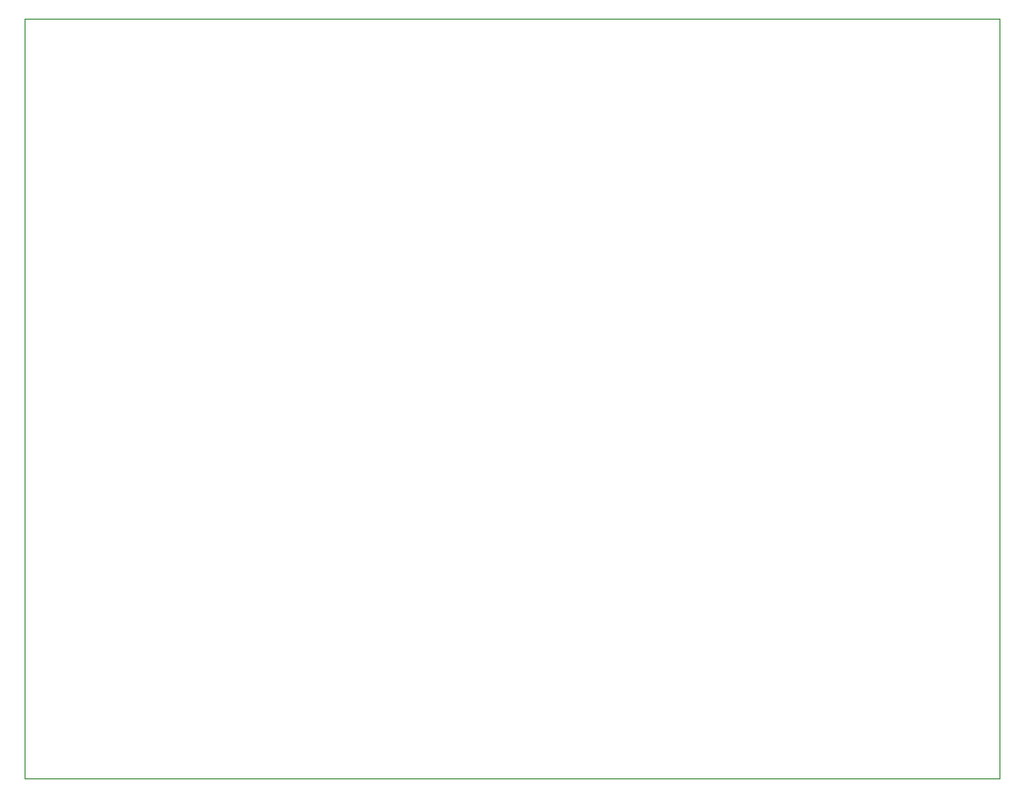
<source format=gbr>
G04 #@! TF.GenerationSoftware,KiCad,Pcbnew,(5.1.2-1)-1*
G04 #@! TF.CreationDate,2021-12-22T14:11:34-05:00*
G04 #@! TF.ProjectId,VCO - MFOS_SMD,56434f20-2d20-44d4-964f-535f534d442e,rev?*
G04 #@! TF.SameCoordinates,Original*
G04 #@! TF.FileFunction,Profile,NP*
%FSLAX46Y46*%
G04 Gerber Fmt 4.6, Leading zero omitted, Abs format (unit mm)*
G04 Created by KiCad (PCBNEW (5.1.2-1)-1) date 2021-12-22 14:11:34*
%MOMM*%
%LPD*%
G04 APERTURE LIST*
%ADD10C,0.050000*%
G04 APERTURE END LIST*
D10*
X96012000Y-11938000D02*
X11938000Y-11938000D01*
X96012000Y-77470000D02*
X96012000Y-11938000D01*
X11938000Y-77470000D02*
X96012000Y-77470000D01*
X11938000Y-11938000D02*
X11938000Y-77470000D01*
M02*

</source>
